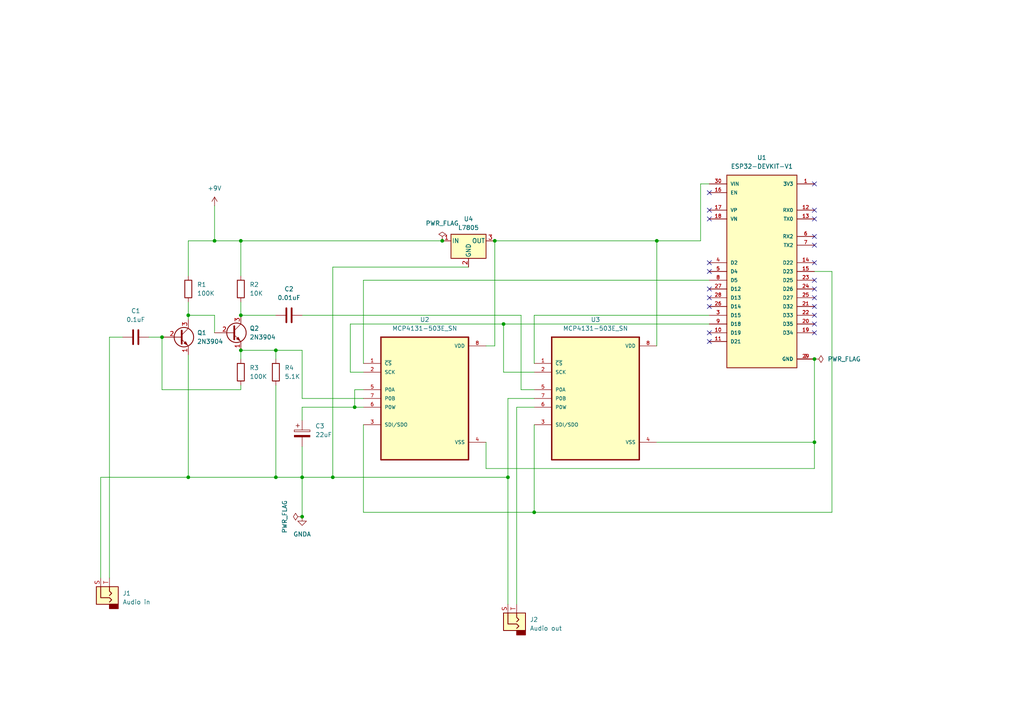
<source format=kicad_sch>
(kicad_sch (version 20230121) (generator eeschema)
  (paper "A4")
  (title_block (title "Fuzz Pedal") (date "2023-12-22") (company "Jason Li"))
  (lib_symbols
    (symbol "Connector_Audio:AudioJack2"
      (property "Reference" "J" (at 0 8.89 0))
      (property "Value" "AudioJack2" (at 0 6.35 0))
      (symbol "AudioJack2_0_1"
        (rectangle (start -3.81 0) (end -2.54 -2.54) (stroke (width 0.254)) (fill (type outline)))
        (rectangle (start -2.54 3.81) (end 2.54 -2.54) (stroke (width 0.254)) (fill (type background)))
        (polyline (pts (xy 0 0) (xy 0.635 -0.635) (xy 1.27 0) (xy 2.54 0)) (stroke (width 0.254)))
        (polyline (pts (xy 2.54 2.54) (xy -0.635 2.54) (xy -0.635 0) (xy -1.27 -0.635) (xy -1.905 0)) (stroke (width 0.254)))
      )
      (symbol "AudioJack2_1_1"
        (pin passive line (at 5.08 2.54 180) (length 2.54) (name "~") (number "S"))
        (pin passive line (at 5.08 0 180) (length 2.54) (name "~") (number "T"))
      )
    )
    (symbol "Device:C" (pin_numbers hide) (pin_names (offset 0.254))
      (property "Reference" "C" (at 0.635 2.54 0))
      (property "Value" "C" (at 0.635 -2.54 0))
      (symbol "C_0_1"
        (polyline (pts (xy -2.032 -0.762) (xy 2.032 -0.762)) (stroke (width 0.508)))
        (polyline (pts (xy -2.032 0.762) (xy 2.032 0.762)) (stroke (width 0.508)))
      )
      (symbol "C_1_1"
        (pin passive line (at 0 3.81 270) (length 2.794) (name "~") (number "1"))
        (pin passive line (at 0 -3.81 90) (length 2.794) (name "~") (number "2"))
      )
    )
    (symbol "Device:C_Polarized" (pin_numbers hide) (pin_names (offset 0.254))
      (property "Reference" "C" (at 0.635 2.54 0))
      (property "Value" "C_Polarized" (at 0.635 -2.54 0))
      (symbol "C_Polarized_0_1"
        (rectangle (start -2.286 0.508) (end 2.286 1.016))
        (polyline (pts (xy -1.778 2.286) (xy -0.762 2.286)))
        (polyline (pts (xy -1.27 2.794) (xy -1.27 1.778)))
        (rectangle (start 2.286 -0.508) (end -2.286 -1.016) (fill (type outline)))
      )
      (symbol "C_Polarized_1_1"
        (pin passive line (at 0 3.81 270) (length 2.794) (name "~") (number "1"))
        (pin passive line (at 0 -3.81 90) (length 2.794) (name "~") (number "2"))
      )
    )
    (symbol "Device:R" (pin_numbers hide) (pin_names (offset 0))
      (property "Reference" "R" (at 2.032 0 90))
      (property "Value" "R" (at 0 0 90))
      (symbol "R_0_1"
        (rectangle (start -1.016 -2.54) (end 1.016 2.54) (stroke (width 0.254)))
      )
      (symbol "R_1_1"
        (pin passive line (at 0 3.81 270) (length 1.27) (name "~") (number "1"))
        (pin passive line (at 0 -3.81 90) (length 1.27) (name "~") (number "2"))
      )
    )
    (symbol "ESP32-DEVKIT-V1:ESP32-DEVKIT-V1" (pin_names (offset 1.016))
      (property "Reference" "U" (at -10.16 30.48 0))
      (property "Value" "ESP32-DEVKIT-V1" (at -10.16 -30.48 0))
      (symbol "ESP32-DEVKIT-V1_0_0"
        (rectangle (start -10.16 -27.94) (end 10.16 27.94) (stroke (width 0.254)) (fill (type background)))
        (pin output line (at 15.24 25.4 180) (length 5.08) (name "3V3") (number "1"))
        (pin bidirectional line (at -15.24 -17.78 0) (length 5.08) (name "D19") (number "10"))
        (pin bidirectional line (at -15.24 -20.32 0) (length 5.08) (name "D21") (number "11"))
        (pin input line (at 15.24 17.78 180) (length 5.08) (name "RX0") (number "12"))
        (pin output line (at 15.24 15.24 180) (length 5.08) (name "TX0") (number "13"))
        (pin bidirectional line (at 15.24 2.54 180) (length 5.08) (name "D22") (number "14"))
        (pin bidirectional line (at 15.24 0 180) (length 5.08) (name "D23") (number "15"))
        (pin input line (at -15.24 22.86 0) (length 5.08) (name "EN") (number "16"))
        (pin bidirectional line (at -15.24 17.78 0) (length 5.08) (name "VP") (number "17"))
        (pin bidirectional line (at -15.24 15.24 0) (length 5.08) (name "VN") (number "18"))
        (pin bidirectional line (at 15.24 -17.78 180) (length 5.08) (name "D34") (number "19"))
        (pin power_in line (at 15.24 -25.4 180) (length 5.08) (name "GND") (number "2"))
        (pin bidirectional line (at 15.24 -15.24 180) (length 5.08) (name "D35") (number "20"))
        (pin bidirectional line (at 15.24 -10.16 180) (length 5.08) (name "D32") (number "21"))
        (pin bidirectional line (at 15.24 -12.7 180) (length 5.08) (name "D33") (number "22"))
        (pin bidirectional line (at 15.24 -2.54 180) (length 5.08) (name "D25") (number "23"))
        (pin bidirectional line (at 15.24 -5.08 180) (length 5.08) (name "D26") (number "24"))
        (pin bidirectional line (at 15.24 -7.62 180) (length 5.08) (name "D27") (number "25"))
        (pin bidirectional line (at -15.24 -10.16 0) (length 5.08) (name "D14") (number "26"))
        (pin bidirectional line (at -15.24 -5.08 0) (length 5.08) (name "D12") (number "27"))
        (pin bidirectional line (at -15.24 -7.62 0) (length 5.08) (name "D13") (number "28"))
        (pin power_in line (at 15.24 -25.4 180) (length 5.08) (name "GND") (number "29"))
        (pin bidirectional line (at -15.24 -12.7 0) (length 5.08) (name "D15") (number "3"))
        (pin input line (at -15.24 25.4 0) (length 5.08) (name "VIN") (number "30"))
        (pin bidirectional line (at -15.24 2.54 0) (length 5.08) (name "D2") (number "4"))
        (pin bidirectional line (at -15.24 0 0) (length 5.08) (name "D4") (number "5"))
        (pin input line (at 15.24 10.16 180) (length 5.08) (name "RX2") (number "6"))
        (pin output line (at 15.24 7.62 180) (length 5.08) (name "TX2") (number "7"))
        (pin bidirectional line (at -15.24 -2.54 0) (length 5.08) (name "D5") (number "8"))
        (pin bidirectional line (at -15.24 -15.24 0) (length 5.08) (name "D18") (number "9"))
      )
    )
    (symbol "MCP4131-503E_SN:MCP4131-503E_SN" (pin_names (offset 1.016))
      (property "Reference" "U" (at -12.7 18.78 0))
      (property "Value" "MCP4131-503E_SN" (at -12.7 -21.78 0))
      (symbol "MCP4131-503E_SN_0_0"
        (rectangle (start -12.7 -17.78) (end 12.7 17.78) (stroke (width 0.41)) (fill (type background)))
        (pin input line (at -17.78 10.16 0) (length 5.08) (name "~{CS}") (number "1"))
        (pin input line (at -17.78 7.62 0) (length 5.08) (name "SCK") (number "2"))
        (pin bidirectional line (at -17.78 -7.62 0) (length 5.08) (name "SDI/SDO") (number "3"))
        (pin power_in line (at 17.78 -12.7 180) (length 5.08) (name "VSS") (number "4"))
        (pin bidirectional line (at -17.78 2.54 0) (length 5.08) (name "P0A") (number "5"))
        (pin bidirectional line (at -17.78 -2.54 0) (length 5.08) (name "P0W") (number "6"))
        (pin bidirectional line (at -17.78 0 0) (length 5.08) (name "P0B") (number "7"))
        (pin power_in line (at 17.78 15.24 180) (length 5.08) (name "VDD") (number "8"))
      )
    )
    (symbol "Regulator_Linear:L7805" (pin_names (offset 0.254))
      (property "Reference" "U" (at -3.81 3.175 0))
      (property "Value" "L7805" (at 0 3.175 0))
      (symbol "L7805_0_1"
        (rectangle (start -5.08 1.905) (end 5.08 -5.08) (stroke (width 0.254)) (fill (type background)))
      )
      (symbol "L7805_1_1"
        (pin power_in line (at -7.62 0 0) (length 2.54) (name "IN") (number "1"))
        (pin power_in line (at 0 -7.62 90) (length 2.54) (name "GND") (number "2"))
        (pin power_out line (at 7.62 0 180) (length 2.54) (name "OUT") (number "3"))
      )
    )
    (symbol "Transistor_BJT:2N3904" (pin_names (offset 0) hide)
      (property "Reference" "Q" (at 5.08 1.905 0))
      (property "Value" "2N3904" (at 5.08 0 0))
      (symbol "2N3904_0_1"
        (polyline (pts (xy 0.635 0.635) (xy 2.54 2.54)))
        (polyline (pts (xy 0.635 -0.635) (xy 2.54 -2.54) (xy 2.54 -2.54)))
        (polyline (pts (xy 0.635 1.905) (xy 0.635 -1.905) (xy 0.635 -1.905)) (stroke (width 0.508)))
        (polyline (pts (xy 1.27 -1.778) (xy 1.778 -1.27) (xy 2.286 -2.286) (xy 1.27 -1.778) (xy 1.27 -1.778)) (fill (type outline)))
        (circle (center 1.27 0) (radius 2.8194) (stroke (width 0.254)))
      )
      (symbol "2N3904_1_1"
        (pin passive line (at 2.54 -5.08 90) (length 2.54) (name "E") (number "1"))
        (pin passive line (at -5.08 0 0) (length 5.715) (name "B") (number "2"))
        (pin passive line (at 2.54 5.08 270) (length 2.54) (name "C") (number "3"))
      )
    )
    (symbol "power:+9V" (power) (pin_names (offset 0))
      (property "Value" "+9V" (at 0 3.556 0))
      (symbol "+9V_0_1"
        (polyline (pts (xy -0.762 1.27) (xy 0 2.54)))
        (polyline (pts (xy 0 0) (xy 0 2.54)))
        (polyline (pts (xy 0 2.54) (xy 0.762 1.27)))
      )
      (symbol "+9V_1_1"
        (pin power_in line (at 0 0 90) (length 0) hide (name "+9V") (number "1"))
      )
    )
    (symbol "power:GNDA" (power) (pin_names (offset 0))
      (property "Value" "GNDA" (at 0 -3.81 0))
      (symbol "GNDA_0_1"
        (polyline (pts (xy 0 0) (xy 0 -1.27) (xy 1.27 -1.27) (xy 0 -2.54) (xy -1.27 -1.27) (xy 0 -1.27)))
      )
      (symbol "GNDA_1_1"
        (pin power_in line (at 0 0 270) (length 0) hide (name "GNDA") (number "1"))
      )
    )
    (symbol "power:PWR_FLAG" (power) (pin_numbers hide) (pin_names (offset 0) hide)
      (property "Value" "PWR_FLAG" (at 0 3.81 0))
      (symbol "PWR_FLAG_0_0"
        (pin power_out line (at 0 0 90) (length 0) (name "pwr") (number "1"))
      )
      (symbol "PWR_FLAG_0_1"
        (polyline (pts (xy 0 0) (xy 0 1.27) (xy -1.016 1.905) (xy 0 2.54) (xy 1.016 1.905) (xy 0 1.27)))
      )
    )
  )
  (junction (at 87.63 138.43))
  (junction (at 236.22 128.27))
  (junction (at 54.61 91.44))
  (junction (at 69.85 69.85))
  (junction (at 96.52 138.43))
  (junction (at 80.01 138.43))
  (junction (at 190.5 69.85))
  (junction (at 236.22 104.14))
  (junction (at 87.63 149.86))
  (junction (at 102.87 118.11))
  (junction (at 146.05 93.98))
  (junction (at 46.99 97.79))
  (junction (at 54.61 138.43))
  (junction (at 147.32 138.43))
  (junction (at 80.01 101.6))
  (junction (at 69.85 101.6))
  (junction (at 128.27 69.85))
  (junction (at 69.85 91.44))
  (junction (at 143.51 69.85))
  (junction (at 154.94 148.59))
  (junction (at 62.23 69.85))
  (no_connect (at 205.74 55.88))
  (no_connect (at 205.74 83.82))
  (no_connect (at 236.22 68.58))
  (no_connect (at 236.22 83.82))
  (no_connect (at 236.22 81.28))
  (no_connect (at 236.22 76.2))
  (no_connect (at 205.74 76.2))
  (no_connect (at 205.74 99.06))
  (no_connect (at 236.22 86.36))
  (no_connect (at 205.74 96.52))
  (no_connect (at 205.74 86.36))
  (no_connect (at 236.22 96.52))
  (no_connect (at 205.74 78.74))
  (no_connect (at 236.22 60.96))
  (no_connect (at 236.22 91.44))
  (no_connect (at 236.22 71.12))
  (no_connect (at 205.74 63.5))
  (no_connect (at 205.74 88.9))
  (no_connect (at 236.22 63.5))
  (no_connect (at 205.74 60.96))
  (no_connect (at 236.22 93.98))
  (no_connect (at 236.22 88.9))
  (no_connect (at 236.22 53.34))
  (wire (pts (xy 46.99 113.03) (xy 46.99 97.79)))
  (wire (pts (xy 62.23 91.44) (xy 62.23 96.52)))
  (wire (pts (xy 96.52 138.43) (xy 147.32 138.43)))
  (wire (pts (xy 96.52 138.43) (xy 87.63 138.43)))
  (wire (pts (xy 87.63 91.44) (xy 151.13 91.44)))
  (wire (pts (xy 87.63 129.54) (xy 87.63 138.43)))
  (wire (pts (xy 54.61 69.85) (xy 54.61 80.01)))
  (wire (pts (xy 87.63 101.6) (xy 87.63 115.57)))
  (wire (pts (xy 62.23 69.85) (xy 69.85 69.85)))
  (wire (pts (xy 29.21 138.43) (xy 29.21 167.64)))
  (wire (pts (xy 236.22 135.89) (xy 236.22 128.27)))
  (wire (pts (xy 54.61 91.44) (xy 62.23 91.44)))
  (wire (pts (xy 62.23 69.85) (xy 62.23 59.69)))
  (wire (pts (xy 241.3 148.59) (xy 154.94 148.59)))
  (wire (pts (xy 69.85 113.03) (xy 46.99 113.03)))
  (wire (pts (xy 31.75 97.79) (xy 31.75 167.64)))
  (wire (pts (xy 140.97 100.33) (xy 143.51 100.33)))
  (wire (pts (xy 54.61 91.44) (xy 54.61 92.71)))
  (wire (pts (xy 96.52 77.47) (xy 96.52 138.43)))
  (wire (pts (xy 69.85 69.85) (xy 128.27 69.85)))
  (wire (pts (xy 143.51 100.33) (xy 143.51 69.85)))
  (wire (pts (xy 203.2 69.85) (xy 203.2 53.34)))
  (wire (pts (xy 135.89 77.47) (xy 96.52 77.47)))
  (wire (pts (xy 146.05 107.95) (xy 154.94 107.95)))
  (wire (pts (xy 69.85 113.03) (xy 69.85 111.76)))
  (wire (pts (xy 146.05 93.98) (xy 101.6 93.98)))
  (wire (pts (xy 87.63 138.43) (xy 87.63 149.86)))
  (wire (pts (xy 205.74 93.98) (xy 146.05 93.98)))
  (wire (pts (xy 154.94 91.44) (xy 205.74 91.44)))
  (wire (pts (xy 140.97 135.89) (xy 236.22 135.89)))
  (wire (pts (xy 102.87 113.03) (xy 105.41 113.03)))
  (wire (pts (xy 69.85 69.85) (xy 69.85 80.01)))
  (wire (pts (xy 87.63 118.11) (xy 87.63 121.92)))
  (wire (pts (xy 80.01 101.6) (xy 87.63 101.6)))
  (wire (pts (xy 151.13 113.03) (xy 154.94 113.03)))
  (wire (pts (xy 105.41 81.28) (xy 105.41 105.41)))
  (wire (pts (xy 80.01 101.6) (xy 80.01 104.14)))
  (wire (pts (xy 151.13 91.44) (xy 151.13 113.03)))
  (wire (pts (xy 154.94 91.44) (xy 154.94 105.41)))
  (wire (pts (xy 87.63 115.57) (xy 105.41 115.57)))
  (wire (pts (xy 69.85 101.6) (xy 80.01 101.6)))
  (wire (pts (xy 147.32 115.57) (xy 147.32 138.43)))
  (wire (pts (xy 80.01 111.76) (xy 80.01 138.43)))
  (wire (pts (xy 80.01 138.43) (xy 87.63 138.43)))
  (wire (pts (xy 190.5 128.27) (xy 236.22 128.27)))
  (wire (pts (xy 54.61 69.85) (xy 62.23 69.85)))
  (wire (pts (xy 102.87 118.11) (xy 105.41 118.11)))
  (wire (pts (xy 149.86 118.11) (xy 149.86 175.26)))
  (wire (pts (xy 154.94 123.19) (xy 154.94 148.59)))
  (wire (pts (xy 203.2 53.34) (xy 205.74 53.34)))
  (wire (pts (xy 101.6 93.98) (xy 101.6 107.95)))
  (wire (pts (xy 241.3 78.74) (xy 241.3 148.59)))
  (wire (pts (xy 54.61 138.43) (xy 54.61 102.87)))
  (wire (pts (xy 190.5 69.85) (xy 190.5 100.33)))
  (wire (pts (xy 140.97 128.27) (xy 140.97 135.89)))
  (wire (pts (xy 54.61 87.63) (xy 54.61 91.44)))
  (wire (pts (xy 236.22 128.27) (xy 236.22 104.14)))
  (wire (pts (xy 236.22 78.74) (xy 241.3 78.74)))
  (wire (pts (xy 69.85 87.63) (xy 69.85 91.44)))
  (wire (pts (xy 105.41 148.59) (xy 105.41 123.19)))
  (wire (pts (xy 35.56 97.79) (xy 31.75 97.79)))
  (wire (pts (xy 87.63 118.11) (xy 102.87 118.11)))
  (wire (pts (xy 102.87 113.03) (xy 102.87 118.11)))
  (wire (pts (xy 147.32 138.43) (xy 147.32 175.26)))
  (wire (pts (xy 101.6 107.95) (xy 105.41 107.95)))
  (wire (pts (xy 69.85 101.6) (xy 69.85 104.14)))
  (wire (pts (xy 154.94 115.57) (xy 147.32 115.57)))
  (wire (pts (xy 29.21 138.43) (xy 54.61 138.43)))
  (wire (pts (xy 143.51 69.85) (xy 190.5 69.85)))
  (wire (pts (xy 54.61 138.43) (xy 80.01 138.43)))
  (wire (pts (xy 43.18 97.79) (xy 46.99 97.79)))
  (wire (pts (xy 190.5 69.85) (xy 203.2 69.85)))
  (wire (pts (xy 154.94 148.59) (xy 105.41 148.59)))
  (wire (pts (xy 69.85 91.44) (xy 80.01 91.44)))
  (wire (pts (xy 146.05 93.98) (xy 146.05 107.95)))
  (wire (pts (xy 105.41 81.28) (xy 205.74 81.28)))
  (wire (pts (xy 154.94 118.11) (xy 149.86 118.11)))
  (symbol (lib_id "ESP32-DEVKIT-V1:ESP32-DEVKIT-V1") (at 220.98 78.74 0) (unit 1)
    (property "Reference" "U1" (at 220.98 45.72 0))
    (property "Value" "ESP32-DEVKIT-V1" (at 220.98 48.26 0))
    (property "Footprint" "ESP32-DEVKIT-V1:MODULE_ESP32_DEVKIT_V1" (effects hide))
    (property "MF" "Do it" (effects hide))
    (property "MAXIMUM_PACKAGE_HEIGHT" "6.8 mm" (effects hide))
    (property "Package" "None" (effects hide))
    (property "Price" "None" (effects hide))
    (property "Check_prices" "https://www.snapeda.com/parts/ESP32-DEVKIT-V1/Do+it/view-part/?ref=eda" (effects hide))
    (property "STANDARD" "Manufacturer Recommendations" (effects hide))
    (property "PARTREV" "N/A" (effects hide))
    (property "SnapEDA_Link" "https://www.snapeda.com/parts/ESP32-DEVKIT-V1/Do+it/view-part/?ref=snap" (effects hide))
    (property "MP" "ESP32-DEVKIT-V1" (effects hide))
    (property "Description" "\nDual core, Wi-Fi: 2.4 GHz up to 150 Mbits/s,BLE (Bluetooth Low Energy) and legacy Bluetooth, 32 bits, Up to 240 MHz\n" (effects hide))
    (property "Availability" "Not in stock" (effects hide))
    (property "MANUFACTURER" "DOIT" (effects hide))
  )
  (symbol (lib_id "power:+9V") (at 62.23 59.69 0) (unit 1)
    (property "Reference" "#PWR03" (effects hide))
    (property "Value" "+9V" (at 62.23 54.61 0))
  )
  (symbol (lib_id "Device:C") (at 39.37 97.79 90) (unit 1)
    (property "Reference" "C1" (at 39.37 90.17 90))
    (property "Value" "0.1uF" (at 39.37 92.71 90))
    (property "Footprint" "Capacitor_THT:C_Disc_D3.8mm_W2.6mm_P2.50mm" (effects hide))
  )
  (symbol (lib_id "Device:R") (at 69.85 83.82 0) (unit 1)
    (property "Reference" "R2" (at 72.39 82.55 0) (effects (justify left)))
    (property "Value" "10K" (at 72.39 85.09 0) (effects (justify left)))
    (property "Footprint" "Resistor_THT:R_Axial_DIN0411_L9.9mm_D3.6mm_P12.70mm_Horizontal" (effects hide))
  )
  (symbol (lib_id "power:PWR_FLAG") (at 236.22 104.14 270) (unit 1)
    (property "Reference" "#FLG03" (effects hide))
    (property "Value" "PWR_FLAG" (at 240.03 104.14 90) (effects (justify left)))
  )
  (symbol (lib_id "MCP4131-503E_SN:MCP4131-503E_SN") (at 123.19 115.57 0) (unit 1)
    (property "Reference" "U2" (at 123.19 92.71 0))
    (property "Value" "MCP4131-503E_SN" (at 123.19 95.25 0))
    (property "Footprint" "Package_DIP:DIP-8_W7.62mm" (effects hide))
    (property "MF" "Microchip" (effects hide))
    (property "Description" "\nMCP4131-503E/SN,Digi Potentiometer 50kOhm 129-Pos Linear Serial-SPI 8-Pin SOIC | Microchip Technology Inc. MCP4131-503E/SN\n" (effects hide))
    (property "Package" "SOIC-8 Microchip" (effects hide))
    (property "Price" "None" (effects hide))
    (property "SnapEDA_Link" "https://www.snapeda.com/parts/MCP4131-503E/SN/Microchip/view-part/?ref=snap" (effects hide))
    (property "MP" "MCP4131-503E/SN" (effects hide))
    (property "Purchase-URL" "https://www.snapeda.com/api/url_track_click_mouser/?unipart_id=129576&manufacturer=Microchip&part_name=MCP4131-503E/SN&search_term=None" (effects hide))
    (property "Availability" "In Stock" (effects hide))
    (property "Check_prices" "https://www.snapeda.com/parts/MCP4131-503E/SN/Microchip/view-part/?ref=eda" (effects hide))
  )
  (symbol (lib_id "Transistor_BJT:2N3904") (at 67.31 96.52 0) (unit 1)
    (property "Reference" "Q2" (at 72.39 95.25 0) (effects (justify left)))
    (property "Value" "2N3904" (at 72.39 97.79 0) (effects (justify left)))
    (property "Footprint" "Package_TO_SOT_THT:TO-92_Inline" (effects hide))
    (property "Datasheet" "https://www.onsemi.com/pub/Collateral/2N3903-D.PDF" (effects hide))
  )
  (symbol (lib_id "Device:C") (at 83.82 91.44 90) (unit 1)
    (property "Reference" "C2" (at 83.82 83.82 90))
    (property "Value" "0.01uF" (at 83.82 86.36 90))
    (property "Footprint" "Capacitor_THT:C_Disc_D5.0mm_W2.5mm_P2.50mm" (effects hide))
  )
  (symbol (lib_id "power:PWR_FLAG") (at 128.27 69.85 0) (unit 1)
    (property "Reference" "#FLG01" (effects hide))
    (property "Value" "PWR_FLAG" (at 128.27 64.77 0))
  )
  (symbol (lib_id "Regulator_Linear:L7805") (at 135.89 69.85 0) (unit 1)
    (property "Reference" "U4" (at 135.89 63.5 0))
    (property "Value" "L7805" (at 135.89 66.04 0))
    (property "Footprint" "Package_TO_SOT_THT:TO-220-3_Vertical" (effects hide))
    (property "Datasheet" "http://www.st.com/content/ccc/resource/technical/document/datasheet/41/4f/b3/b0/12/d4/47/88/CD00000444.pdf/files/CD00000444.pdf/jcr:content/translations/en.CD00000444.pdf" (effects hide))
  )
  (symbol (lib_id "Device:R") (at 54.61 83.82 0) (unit 1)
    (property "Reference" "R1" (at 57.15 82.55 0) (effects (justify left)))
    (property "Value" "100K" (at 57.15 85.09 0) (effects (justify left)))
    (property "Footprint" "Resistor_THT:R_Axial_DIN0411_L9.9mm_D3.6mm_P12.70mm_Horizontal" (effects hide))
  )
  (symbol (lib_id "Connector_Audio:AudioJack2") (at 149.86 180.34 90) (unit 1)
    (property "Reference" "J2" (at 153.67 179.705 90) (effects (justify right)))
    (property "Value" "Audio out" (at 153.67 182.245 90) (effects (justify right)))
    (property "Footprint" "Connector_PinHeader_2.54mm:PinHeader_1x02_P2.54mm_Vertical" (effects hide))
  )
  (symbol (lib_id "power:GNDA") (at 87.63 149.86 0) (unit 1)
    (property "Reference" "#PWR01" (effects hide))
    (property "Value" "GNDA" (at 87.63 154.94 0))
  )
  (symbol (lib_id "MCP4131-503E_SN:MCP4131-503E_SN") (at 172.72 115.57 0) (unit 1)
    (property "Reference" "U3" (at 172.72 92.71 0))
    (property "Value" "MCP4131-503E_SN" (at 172.72 95.25 0))
    (property "Footprint" "Package_DIP:DIP-8_W7.62mm" (effects hide))
    (property "MF" "Microchip" (effects hide))
    (property "Description" "\nMCP4131-503E/SN,Digi Potentiometer 50kOhm 129-Pos Linear Serial-SPI 8-Pin SOIC | Microchip Technology Inc. MCP4131-503E/SN\n" (effects hide))
    (property "Package" "SOIC-8 Microchip" (effects hide))
    (property "Price" "None" (effects hide))
    (property "SnapEDA_Link" "https://www.snapeda.com/parts/MCP4131-503E/SN/Microchip/view-part/?ref=snap" (effects hide))
    (property "MP" "MCP4131-503E/SN" (effects hide))
    (property "Purchase-URL" "https://www.snapeda.com/api/url_track_click_mouser/?unipart_id=129576&manufacturer=Microchip&part_name=MCP4131-503E/SN&search_term=None" (effects hide))
    (property "Availability" "In Stock" (effects hide))
    (property "Check_prices" "https://www.snapeda.com/parts/MCP4131-503E/SN/Microchip/view-part/?ref=eda" (effects hide))
  )
  (symbol (lib_id "Connector_Audio:AudioJack2") (at 31.75 172.72 90) (unit 1)
    (property "Reference" "J1" (at 35.56 172.085 90) (effects (justify right)))
    (property "Value" "Audio in" (at 35.56 174.625 90) (effects (justify right)))
    (property "Footprint" "Connector_PinHeader_2.54mm:PinHeader_1x02_P2.54mm_Vertical" (effects hide))
  )
  (symbol (lib_id "Transistor_BJT:2N3904") (at 52.07 97.79 0) (unit 1)
    (property "Reference" "Q1" (at 57.15 96.52 0) (effects (justify left)))
    (property "Value" "2N3904" (at 57.15 99.06 0) (effects (justify left)))
    (property "Footprint" "Package_TO_SOT_THT:TO-92_Inline" (effects hide))
    (property "Datasheet" "https://www.onsemi.com/pub/Collateral/2N3903-D.PDF" (effects hide))
  )
  (symbol (lib_id "Device:R") (at 69.85 107.95 0) (unit 1)
    (property "Reference" "R3" (at 72.39 106.68 0) (effects (justify left)))
    (property "Value" "100K" (at 72.39 109.22 0) (effects (justify left)))
    (property "Footprint" "Resistor_THT:R_Axial_DIN0411_L9.9mm_D3.6mm_P12.70mm_Horizontal" (effects hide))
  )
  (symbol (lib_id "Device:R") (at 80.01 107.95 0) (unit 1)
    (property "Reference" "R4" (at 82.55 106.68 0) (effects (justify left)))
    (property "Value" "5.1K" (at 82.55 109.22 0) (effects (justify left)))
    (property "Footprint" "Resistor_THT:R_Axial_DIN0411_L9.9mm_D3.6mm_P12.70mm_Horizontal" (effects hide))
  )
  (symbol (lib_id "Device:C_Polarized") (at 87.63 125.73 0) (unit 1)
    (property "Reference" "C3" (at 91.44 123.571 0) (effects (justify left)))
    (property "Value" "22uF" (at 91.44 126.111 0) (effects (justify left)))
    (property "Footprint" "Capacitor_THT:CP_Radial_D6.3mm_P2.50mm" (effects hide))
  )
  (symbol (lib_id "power:PWR_FLAG") (at 87.63 149.86 90) (unit 1)
    (property "Reference" "#FLG02" (effects hide))
    (property "Value" "PWR_FLAG" (at 82.55 149.86 0))
  )
)
</source>
